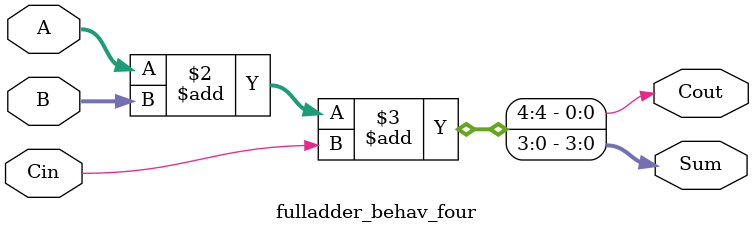
<source format=v>
module fulladder_behav_four (
    input [3:0] A,
    input [3:0] B,
    input Cin,
    output reg [3:0] Sum,
    output reg Cout
);


always @(*) begin
    {Cout, Sum}= A + B + Cin;
end

endmodule

</source>
